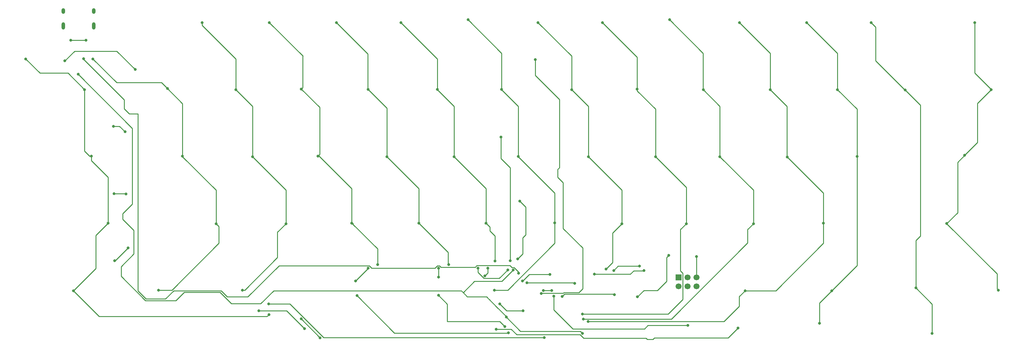
<source format=gbr>
G04 #@! TF.GenerationSoftware,KiCad,Pcbnew,8.0.7*
G04 #@! TF.CreationDate,2024-12-18T16:58:47-05:00*
G04 #@! TF.ProjectId,PCB-Sch,5043422d-5363-4682-9e6b-696361645f70,rev?*
G04 #@! TF.SameCoordinates,Original*
G04 #@! TF.FileFunction,Copper,L1,Top*
G04 #@! TF.FilePolarity,Positive*
%FSLAX46Y46*%
G04 Gerber Fmt 4.6, Leading zero omitted, Abs format (unit mm)*
G04 Created by KiCad (PCBNEW 8.0.7) date 2024-12-18 16:58:47*
%MOMM*%
%LPD*%
G01*
G04 APERTURE LIST*
G04 #@! TA.AperFunction,ComponentPad*
%ADD10C,1.700000*%
G04 #@! TD*
G04 #@! TA.AperFunction,ComponentPad*
%ADD11R,1.700000X1.700000*%
G04 #@! TD*
G04 #@! TA.AperFunction,ComponentPad*
%ADD12O,1.000000X1.600000*%
G04 #@! TD*
G04 #@! TA.AperFunction,ComponentPad*
%ADD13O,1.000000X2.100000*%
G04 #@! TD*
G04 #@! TA.AperFunction,ViaPad*
%ADD14C,0.800000*%
G04 #@! TD*
G04 #@! TA.AperFunction,Conductor*
%ADD15C,0.250000*%
G04 #@! TD*
G04 APERTURE END LIST*
D10*
X257715000Y-143190000D03*
X257715000Y-140650000D03*
X255175000Y-143190000D03*
X255175000Y-140650000D03*
X252635000Y-143190000D03*
D11*
X252635000Y-140650000D03*
D12*
X86740000Y-65015000D03*
X78100000Y-65015000D03*
D13*
X86740000Y-69195000D03*
X78100000Y-69195000D03*
D14*
X255250000Y-154300000D03*
X217200000Y-145975000D03*
X257715000Y-134760000D03*
X249775000Y-134450000D03*
X240946250Y-146200000D03*
X234200000Y-138700000D03*
X241550000Y-137500000D03*
X228750000Y-139725000D03*
X242750000Y-138775000D03*
X234375000Y-145575000D03*
X219575000Y-146100000D03*
X341262500Y-87362500D03*
X333743750Y-105993750D03*
X328662500Y-125362500D03*
X316834375Y-87440625D03*
X297659375Y-87315625D03*
X303212500Y-106275000D03*
X293687500Y-125300000D03*
X283440625Y-106434375D03*
X278634375Y-87340625D03*
X259609375Y-87365625D03*
X264318750Y-106362500D03*
X246062500Y-106362500D03*
X240850750Y-87153750D03*
X232000000Y-138325000D03*
X236537500Y-125412500D03*
X227012500Y-106362500D03*
X222250000Y-87312500D03*
X202406250Y-87275000D03*
X207168750Y-106300000D03*
X217487500Y-125200000D03*
X200369500Y-144303750D03*
X188912500Y-106350000D03*
X184150000Y-87250000D03*
X169862500Y-106362500D03*
X164525000Y-87275000D03*
X145600750Y-87153750D03*
X150363250Y-106203750D03*
X141275000Y-125425000D03*
X131800000Y-106400000D03*
X127000000Y-87312500D03*
X121443750Y-125412500D03*
X111918750Y-106200000D03*
X107668750Y-87031250D03*
X90773250Y-125253750D03*
X86069500Y-106203750D03*
X84152150Y-87327150D03*
X211990000Y-78802500D03*
X213650000Y-145250000D03*
X254793750Y-125412500D03*
X225300000Y-151125000D03*
X225575000Y-152500000D03*
X273843750Y-125412500D03*
X271462500Y-144462500D03*
X226950000Y-153225000D03*
X296068750Y-144462500D03*
X292575000Y-153700000D03*
X319881250Y-143668750D03*
X324525000Y-156625000D03*
X343244500Y-144303750D03*
X80962500Y-144462500D03*
X136400000Y-151225000D03*
X136375000Y-148225000D03*
X214525000Y-157775000D03*
X105119500Y-144303750D03*
X145575000Y-152475000D03*
X150950000Y-157850000D03*
X146500000Y-155250000D03*
X128932000Y-144303750D03*
X133550000Y-150175000D03*
X200877500Y-155382500D03*
X269450000Y-155050000D03*
X159888250Y-125253750D03*
X167225000Y-137075000D03*
X161000000Y-141700000D03*
X164550000Y-138074999D03*
X161387500Y-145862500D03*
X204300000Y-156400000D03*
X178938250Y-125253750D03*
X187400000Y-137000000D03*
X184500000Y-138074999D03*
X184525000Y-145800000D03*
X184525000Y-140625000D03*
X203350000Y-154625000D03*
X207550000Y-118975000D03*
X207000000Y-135400000D03*
X195675000Y-138074999D03*
X204175000Y-138525000D03*
X198525001Y-138049999D03*
X202225000Y-100800000D03*
X204850000Y-135900000D03*
X197988250Y-125253750D03*
X200525000Y-136050000D03*
X197675000Y-140225000D03*
X201900000Y-148200000D03*
X208450000Y-150175000D03*
X98525000Y-81625000D03*
X78550000Y-79125000D03*
X95600000Y-99300000D03*
X92325000Y-97750000D03*
X95875000Y-116950000D03*
X92525000Y-116900000D03*
X92650000Y-135975000D03*
X96500000Y-132300000D03*
X83825000Y-78550000D03*
X207250000Y-139525000D03*
X208356682Y-141728156D03*
X216150000Y-139850000D03*
X223100000Y-142375000D03*
X209625000Y-142225000D03*
X205675000Y-138600000D03*
X82300000Y-82975000D03*
X225375000Y-156600000D03*
X203725000Y-151950000D03*
X336550000Y-68262500D03*
X307181250Y-68262500D03*
X288925000Y-68262500D03*
X269875000Y-68262500D03*
X250031250Y-67468750D03*
X230981250Y-68262500D03*
X212725000Y-68262500D03*
X192881250Y-67468750D03*
X173831250Y-68262500D03*
X155575000Y-68262500D03*
X136525000Y-68262500D03*
X117475000Y-68262500D03*
X86518750Y-78581250D03*
X67468750Y-78581250D03*
X214281675Y-144425000D03*
X216625000Y-144375000D03*
X84520000Y-73270000D03*
X80227500Y-73262500D03*
D15*
X83825000Y-78709342D02*
X83825000Y-78550000D01*
X95352850Y-90237192D02*
X83825000Y-78709342D01*
X95352850Y-92741534D02*
X95352850Y-90237192D01*
X96795658Y-94184342D02*
X95352850Y-92741534D01*
X99300000Y-94184342D02*
X96795658Y-94184342D01*
X99300000Y-144513604D02*
X99300000Y-94184342D01*
X107075000Y-146800000D02*
X101586396Y-146800000D01*
X130451250Y-146178750D02*
X124578750Y-146178750D01*
X109412500Y-144462500D02*
X107075000Y-146800000D01*
X139280001Y-137349999D02*
X130451250Y-146178750D01*
X164850305Y-137349999D02*
X139280001Y-137349999D01*
X165525306Y-138025000D02*
X164850305Y-137349999D01*
X183524694Y-138025000D02*
X165525306Y-138025000D01*
X101586396Y-146800000D02*
X99300000Y-144513604D01*
X184199695Y-137349999D02*
X183524694Y-138025000D01*
X184800305Y-137349999D02*
X184199695Y-137349999D01*
X122862500Y-144462500D02*
X109412500Y-144462500D01*
X204789707Y-137324999D02*
X195399695Y-137324999D01*
X205975305Y-137875000D02*
X205339708Y-137875000D01*
X185225306Y-137775000D02*
X184800305Y-137349999D01*
X124578750Y-146178750D02*
X122862500Y-144462500D01*
X207250000Y-139149695D02*
X205975305Y-137875000D01*
X194949694Y-137775000D02*
X185225306Y-137775000D01*
X195399695Y-137324999D02*
X194949694Y-137775000D01*
X207250000Y-139525000D02*
X207250000Y-139149695D01*
X205339708Y-137875000D02*
X204789707Y-137324999D01*
X129540000Y-144303750D02*
X128932000Y-144303750D01*
X138850350Y-134993400D02*
X129540000Y-144303750D01*
X138850350Y-127849650D02*
X138850350Y-134993400D01*
X141275000Y-125425000D02*
X138850350Y-127849650D01*
X211990000Y-83315000D02*
X211990000Y-78802500D01*
X218786250Y-90111250D02*
X211990000Y-83315000D01*
X218352350Y-109954300D02*
X218786250Y-109520400D01*
X218352350Y-112264981D02*
X218352350Y-109954300D01*
X219850000Y-126775000D02*
X219850000Y-113762631D01*
X225400000Y-132325000D02*
X219850000Y-126775000D01*
X224300000Y-145000000D02*
X225400000Y-143900000D01*
X213750000Y-145150000D02*
X219888604Y-145150000D01*
X219850000Y-113762631D02*
X218352350Y-112264981D01*
X225400000Y-143900000D02*
X225400000Y-132325000D01*
X218786250Y-109520400D02*
X218786250Y-90111250D01*
X213650000Y-145250000D02*
X213750000Y-145150000D01*
X220038604Y-145000000D02*
X224300000Y-145000000D01*
X219888604Y-145150000D02*
X220038604Y-145000000D01*
X220225000Y-145450000D02*
X219575000Y-146100000D01*
X234250000Y-145450000D02*
X220225000Y-145450000D01*
X234375000Y-145575000D02*
X234250000Y-145450000D01*
X222625000Y-155300000D02*
X242910658Y-155300000D01*
X242910658Y-155300000D02*
X243910658Y-154300000D01*
X217200000Y-145975000D02*
X217200000Y-149875000D01*
X217200000Y-149875000D02*
X222625000Y-155300000D01*
X243910658Y-154300000D02*
X255250000Y-154300000D01*
X249175000Y-141760000D02*
X249175000Y-135050000D01*
X249175000Y-135050000D02*
X249775000Y-134450000D01*
X246560000Y-144375000D02*
X249175000Y-141760000D01*
X242771250Y-144375000D02*
X246560000Y-144375000D01*
X240946250Y-146200000D02*
X242771250Y-144375000D01*
X257715000Y-134760000D02*
X257715000Y-140650000D01*
X253150350Y-138815350D02*
X253150350Y-127055900D01*
X253810000Y-139475000D02*
X253150350Y-138815350D01*
X253150350Y-127055900D02*
X254793750Y-125412500D01*
X249600000Y-151125000D02*
X253810000Y-146915000D01*
X225300000Y-151125000D02*
X249600000Y-151125000D01*
X253810000Y-146915000D02*
X253810000Y-139475000D01*
X222950000Y-142225000D02*
X209625000Y-142225000D01*
X223100000Y-142375000D02*
X222950000Y-142225000D01*
X235400000Y-137500000D02*
X234200000Y-138700000D01*
X241550000Y-137500000D02*
X235400000Y-137500000D01*
X228775000Y-139750000D02*
X228750000Y-139725000D01*
X238925000Y-139750000D02*
X228775000Y-139750000D01*
X239875000Y-138800000D02*
X238925000Y-139750000D01*
X242750000Y-138775000D02*
X242725000Y-138800000D01*
X242725000Y-138800000D02*
X239875000Y-138800000D01*
X205132805Y-155382500D02*
X200877500Y-155382500D01*
X206675305Y-156925000D02*
X205132805Y-155382500D01*
X224674695Y-156925000D02*
X206675305Y-156925000D01*
X243398158Y-157925000D02*
X225674695Y-157925000D01*
X225674695Y-157925000D02*
X224674695Y-156925000D01*
X245731842Y-157850000D02*
X245314092Y-158267750D01*
X266650000Y-157850000D02*
X245731842Y-157850000D01*
X245314092Y-158267750D02*
X243740908Y-158267750D01*
X269450000Y-155050000D02*
X266650000Y-157850000D01*
X243740908Y-158267750D02*
X243398158Y-157925000D01*
X341262500Y-87362500D02*
X337390150Y-91234850D01*
X333743750Y-105993750D02*
X331731600Y-108005900D01*
X328662500Y-125362500D02*
X328612500Y-125412500D01*
X316834375Y-87440625D02*
X321180000Y-91786250D01*
X297659375Y-87315625D02*
X303212500Y-92868750D01*
X303212500Y-106275000D02*
X303212500Y-106362500D01*
X293687500Y-125300000D02*
X293687500Y-125412500D01*
X283440625Y-106434375D02*
X293687500Y-116681250D01*
X278634375Y-87340625D02*
X283368750Y-92075000D01*
X259609375Y-87365625D02*
X264318750Y-92075000D01*
X240850750Y-87657000D02*
X246062500Y-92868750D01*
X240850750Y-87153750D02*
X240850750Y-87657000D01*
X230981250Y-68262500D02*
X240850750Y-78132000D01*
X240850750Y-78132000D02*
X240850750Y-87153750D01*
X233858325Y-128091675D02*
X236537500Y-125412500D01*
X233858325Y-136466675D02*
X233858325Y-128091675D01*
X232000000Y-138325000D02*
X233858325Y-136466675D01*
X202406250Y-87275000D02*
X202406250Y-87312500D01*
X207168750Y-106300000D02*
X207168750Y-106362500D01*
X217487500Y-125200000D02*
X217487500Y-125412500D01*
X204152500Y-144303750D02*
X200369500Y-144303750D01*
X217502150Y-130954100D02*
X204152500Y-144303750D01*
X217502150Y-125427150D02*
X217502150Y-130954100D01*
X207168750Y-106362500D02*
X217487500Y-116681250D01*
X207168750Y-92075000D02*
X207168750Y-106300000D01*
X202406250Y-87312500D02*
X207168750Y-92075000D01*
X217487500Y-116681250D02*
X217487500Y-125200000D01*
X202406250Y-76993750D02*
X202406250Y-87275000D01*
X192881250Y-67468750D02*
X202406250Y-76993750D01*
X217487500Y-125412500D02*
X217502150Y-125427150D01*
X205675000Y-138600000D02*
X202475000Y-141800000D01*
X191525200Y-144999800D02*
X190975400Y-144450000D01*
X202475000Y-141800000D02*
X194725000Y-141800000D01*
X194725000Y-141800000D02*
X191525200Y-144999800D01*
X192592500Y-146067100D02*
X191525200Y-144999800D01*
X201078717Y-149121283D02*
X198942500Y-146985066D01*
X188912500Y-106350000D02*
X188912500Y-106362500D01*
X184150000Y-87250000D02*
X184150000Y-87312500D01*
X164525000Y-87275000D02*
X169862500Y-92612500D01*
X178938250Y-115438250D02*
X178938250Y-124963250D01*
X169862500Y-92612500D02*
X169862500Y-106362500D01*
X164500000Y-87250000D02*
X164525000Y-87275000D01*
X155575000Y-68262500D02*
X164500000Y-77187500D01*
X164500000Y-77187500D02*
X164500000Y-87250000D01*
X169862500Y-106362500D02*
X178938250Y-115438250D01*
X150812500Y-92365500D02*
X150812500Y-105754500D01*
X145600750Y-87153750D02*
X150812500Y-92365500D01*
X150812500Y-105754500D02*
X150363250Y-106203750D01*
X146000000Y-86754500D02*
X145600750Y-87153750D01*
X146000000Y-77837500D02*
X146000000Y-86754500D01*
X146050000Y-77787500D02*
X146000000Y-77837500D01*
X136525000Y-68262500D02*
X146050000Y-77787500D01*
X159888250Y-115438250D02*
X159888250Y-124963250D01*
X159888250Y-124963250D02*
X160337500Y-125412500D01*
X150653750Y-106203750D02*
X159888250Y-115438250D01*
X150363250Y-106203750D02*
X150653750Y-106203750D01*
X131800000Y-106400000D02*
X141287500Y-115887500D01*
X117475000Y-69056250D02*
X117475000Y-68262500D01*
X127000000Y-78581250D02*
X117475000Y-69056250D01*
X127000000Y-87312500D02*
X127000000Y-78581250D01*
X141287500Y-115887500D02*
X141287500Y-125412500D01*
X131762500Y-106362500D02*
X131800000Y-106400000D01*
X141287500Y-125412500D02*
X141275000Y-125425000D01*
X131762500Y-92075000D02*
X131762500Y-106362500D01*
X127000000Y-87312500D02*
X131762500Y-92075000D01*
X108902500Y-144303750D02*
X105119500Y-144303750D01*
X122252150Y-130954100D02*
X108902500Y-144303750D01*
X111918750Y-106362500D02*
X111918750Y-106200000D01*
X121443750Y-115887500D02*
X111918750Y-106362500D01*
X121443750Y-125412500D02*
X122252150Y-126220900D01*
X122252150Y-126220900D02*
X122252150Y-130954100D01*
X121443750Y-125412500D02*
X121443750Y-115887500D01*
X111918750Y-91281250D02*
X107668750Y-87031250D01*
X111918750Y-106200000D02*
X111918750Y-91281250D01*
X86069500Y-106203750D02*
X85566250Y-106203750D01*
X86069500Y-107500750D02*
X90773250Y-112204500D01*
X85566250Y-106203750D02*
X84152150Y-104789650D01*
X86069500Y-106203750D02*
X86069500Y-107500750D01*
X90773250Y-112204500D02*
X90773250Y-125253750D01*
X84152150Y-104789650D02*
X84152150Y-87327150D01*
X87300150Y-138124850D02*
X80962500Y-144462500D01*
X87300150Y-128726850D02*
X87300150Y-138124850D01*
X90773250Y-125253750D02*
X87300150Y-128726850D01*
X272200350Y-127055900D02*
X273843750Y-125412500D01*
X225575000Y-152500000D02*
X250541884Y-152500000D01*
X250541884Y-152500000D02*
X272200350Y-130841534D01*
X272200350Y-130841534D02*
X272200350Y-127055900D01*
X269819100Y-148879781D02*
X269819100Y-146105900D01*
X226950000Y-153225000D02*
X265473881Y-153225000D01*
X265473881Y-153225000D02*
X269819100Y-148879781D01*
X269819100Y-146105900D02*
X271462500Y-144462500D01*
X292575000Y-147956250D02*
X296068750Y-144462500D01*
X292575000Y-153700000D02*
X292575000Y-147956250D01*
X324525000Y-148312500D02*
X319881250Y-143668750D01*
X324525000Y-156625000D02*
X324525000Y-148312500D01*
X342900000Y-143959250D02*
X343244500Y-144303750D01*
X328612500Y-125412500D02*
X342900000Y-139700000D01*
X331731600Y-122293400D02*
X328662500Y-125362500D01*
X331731600Y-108005900D02*
X331731600Y-122293400D01*
X337390150Y-102347350D02*
X333743750Y-105993750D01*
X337390150Y-91234850D02*
X337390150Y-102347350D01*
X336564650Y-82564650D02*
X341312500Y-87312500D01*
X342900000Y-139700000D02*
X342900000Y-143959250D01*
X341312500Y-87312500D02*
X341262500Y-87362500D01*
X336564650Y-68277150D02*
X336564650Y-82564650D01*
X336550000Y-68262500D02*
X336564650Y-68277150D01*
X136400000Y-151225000D02*
X135872350Y-151752650D01*
X135872350Y-151752650D02*
X88252650Y-151752650D01*
X88252650Y-151752650D02*
X80962500Y-144462500D01*
X142350305Y-148225000D02*
X136375000Y-148225000D01*
X151900305Y-157775000D02*
X142350305Y-148225000D01*
X214525000Y-157775000D02*
X151900305Y-157775000D01*
X207750000Y-155975000D02*
X203725000Y-151950000D01*
X224750000Y-155975000D02*
X207750000Y-155975000D01*
X225375000Y-156600000D02*
X224750000Y-155975000D01*
X204200000Y-156500000D02*
X172025000Y-156500000D01*
X204300000Y-156400000D02*
X204200000Y-156500000D01*
X172025000Y-156500000D02*
X161387500Y-145862500D01*
X145575000Y-152475000D02*
X150950000Y-157850000D01*
X105916250Y-85278750D02*
X107668750Y-87031250D01*
X93216250Y-85278750D02*
X105916250Y-85278750D01*
X86518750Y-78581250D02*
X93216250Y-85278750D01*
X146500000Y-155250000D02*
X141425000Y-150175000D01*
X141425000Y-150175000D02*
X133550000Y-150175000D01*
X167225000Y-137075000D02*
X167225000Y-132590500D01*
X167225000Y-132590500D02*
X159888250Y-125253750D01*
X164550000Y-138150000D02*
X164550000Y-138074999D01*
X161000000Y-141700000D02*
X164550000Y-138150000D01*
X161275000Y-145750000D02*
X161387500Y-145862500D01*
X187250000Y-133565500D02*
X178938250Y-125253750D01*
X187250000Y-136850000D02*
X187250000Y-133565500D01*
X187400000Y-137000000D02*
X187250000Y-136850000D01*
X184525000Y-138099999D02*
X184500000Y-138074999D01*
X184525000Y-140625000D02*
X184525000Y-138099999D01*
X187000000Y-148275000D02*
X184525000Y-145800000D01*
X187000000Y-153200000D02*
X187000000Y-148275000D01*
X201925000Y-153200000D02*
X187000000Y-153200000D01*
X203350000Y-154625000D02*
X201925000Y-153200000D01*
X209275000Y-128556650D02*
X209275000Y-120700000D01*
X208415825Y-133984175D02*
X208415825Y-129415825D01*
X208415825Y-129415825D02*
X209275000Y-128556650D01*
X207000000Y-135400000D02*
X208415825Y-133984175D01*
X209275000Y-120700000D02*
X207550000Y-118975000D01*
X195675000Y-139250305D02*
X195675000Y-138074999D01*
X197374695Y-140950000D02*
X195675000Y-139250305D01*
X201750000Y-140950000D02*
X197374695Y-140950000D01*
X204175000Y-138525000D02*
X201750000Y-140950000D01*
X197675000Y-140225000D02*
X198525001Y-139374999D01*
X198525001Y-139374999D02*
X198525001Y-138049999D01*
X202225000Y-106869150D02*
X202225000Y-100800000D01*
X204850000Y-135900000D02*
X204850000Y-109494150D01*
X204850000Y-109494150D02*
X202225000Y-106869150D01*
X197988250Y-125068000D02*
X197643750Y-125412500D01*
X188912500Y-92075000D02*
X188912500Y-106350000D01*
X197988250Y-115438250D02*
X197988250Y-125068000D01*
X184150000Y-87312500D02*
X188912500Y-92075000D01*
X188912500Y-106362500D02*
X197988250Y-115438250D01*
X184150000Y-78581250D02*
X184150000Y-87250000D01*
X173831250Y-68262500D02*
X184150000Y-78581250D01*
X200525000Y-128925000D02*
X200525000Y-136050000D01*
X199100000Y-126365500D02*
X199100000Y-127500000D01*
X199100000Y-127500000D02*
X200525000Y-128925000D01*
X197988250Y-125253750D02*
X199100000Y-126365500D01*
X203875000Y-150175000D02*
X202050000Y-148350000D01*
X208450000Y-150175000D02*
X203875000Y-150175000D01*
X202050000Y-148350000D02*
X201900000Y-148200000D01*
X79450000Y-82625000D02*
X84152150Y-87327150D01*
X71512500Y-82625000D02*
X79450000Y-82625000D01*
X67468750Y-78581250D02*
X71512500Y-82625000D01*
X93288750Y-76388750D02*
X98525000Y-81625000D01*
X81286250Y-76388750D02*
X93288750Y-76388750D01*
X78550000Y-79125000D02*
X81286250Y-76388750D01*
X94050000Y-97750000D02*
X95600000Y-99300000D01*
X92325000Y-97750000D02*
X94050000Y-97750000D01*
X92525000Y-116900000D02*
X95825000Y-116900000D01*
X95825000Y-116900000D02*
X95875000Y-116950000D01*
X97650000Y-119882408D02*
X97650000Y-98325000D01*
X94970250Y-122562158D02*
X97650000Y-119882408D01*
X94970250Y-124135342D02*
X94970250Y-122562158D01*
X98100000Y-127265092D02*
X94970250Y-124135342D01*
X98100000Y-134007869D02*
X98100000Y-127265092D01*
X94500350Y-137607519D02*
X98100000Y-134007869D01*
X97650000Y-98325000D02*
X82300000Y-82975000D01*
X94500350Y-140350350D02*
X94500350Y-137607519D01*
X101400000Y-147250000D02*
X94500350Y-140350350D01*
X110025000Y-147250000D02*
X101400000Y-147250000D01*
X112362500Y-144912500D02*
X110025000Y-147250000D01*
X125807850Y-148157850D02*
X122562500Y-144912500D01*
X122562500Y-144912500D02*
X112362500Y-144912500D01*
X137775000Y-144450000D02*
X134067150Y-148157850D01*
X134067150Y-148157850D02*
X125807850Y-148157850D01*
X190975400Y-144450000D02*
X137775000Y-144450000D01*
X198136184Y-146178750D02*
X192592500Y-146178750D01*
X192592500Y-146178750D02*
X192592500Y-146067100D01*
X201078717Y-149121283D02*
X198136184Y-146178750D01*
X92675000Y-135975000D02*
X92650000Y-135975000D01*
X92800000Y-135850000D02*
X92675000Y-135975000D01*
X92950000Y-135850000D02*
X92800000Y-135850000D01*
X96500000Y-132300000D02*
X92950000Y-135850000D01*
X208371844Y-141728156D02*
X208356682Y-141728156D01*
X210250000Y-139850000D02*
X208371844Y-141728156D01*
X216150000Y-139850000D02*
X210250000Y-139850000D01*
X203725000Y-151767566D02*
X201078717Y-149121283D01*
X203725000Y-151950000D02*
X203725000Y-151767566D01*
X321180000Y-128876250D02*
X319881250Y-130175000D01*
X319881250Y-130175000D02*
X319881250Y-143668750D01*
X321180000Y-91786250D02*
X321180000Y-128876250D01*
X316706250Y-87312500D02*
X316834375Y-87440625D01*
X308494631Y-69575881D02*
X308494631Y-79100881D01*
X307181250Y-68262500D02*
X308494631Y-69575881D01*
X308494631Y-79100881D02*
X316706250Y-87312500D01*
X303227150Y-137304100D02*
X296068750Y-144462500D01*
X303227150Y-106377150D02*
X303227150Y-137304100D01*
X303212500Y-106362500D02*
X303227150Y-106377150D01*
X297656250Y-76993750D02*
X297656250Y-87312500D01*
X288925000Y-68262500D02*
X297656250Y-76993750D01*
X297656250Y-87312500D02*
X297659375Y-87315625D01*
X303212500Y-92868750D02*
X303212500Y-106275000D01*
X280193750Y-144462500D02*
X271462500Y-144462500D01*
X293702150Y-130954100D02*
X280193750Y-144462500D01*
X293687500Y-125412500D02*
X293702150Y-125427150D01*
X293687500Y-116681250D02*
X293687500Y-125300000D01*
X283368750Y-106362500D02*
X283440625Y-106434375D01*
X283368750Y-92075000D02*
X283368750Y-106362500D01*
X278606250Y-76993750D02*
X278606250Y-87312500D01*
X269875000Y-68262500D02*
X278606250Y-76993750D01*
X293702150Y-125427150D02*
X293702150Y-130954100D01*
X278606250Y-87312500D02*
X278634375Y-87340625D01*
X273843750Y-115887500D02*
X273843750Y-125412500D01*
X264318750Y-106362500D02*
X273843750Y-115887500D01*
X259556250Y-76993750D02*
X259556250Y-87312500D01*
X264318750Y-92075000D02*
X264318750Y-106362500D01*
X250031250Y-67468750D02*
X259556250Y-76993750D01*
X259556250Y-87312500D02*
X259609375Y-87365625D01*
X254793750Y-115093750D02*
X254793750Y-125412500D01*
X246062500Y-106362500D02*
X254793750Y-115093750D01*
X246062500Y-92868750D02*
X246062500Y-106362500D01*
X227012500Y-106362500D02*
X236537500Y-115887500D01*
X227012500Y-92075000D02*
X227012500Y-106362500D01*
X222250000Y-77787500D02*
X222250000Y-87312500D01*
X212725000Y-68262500D02*
X222250000Y-77787500D01*
X236537500Y-115887500D02*
X236537500Y-125412500D01*
X222250000Y-87312500D02*
X227012500Y-92075000D01*
X214281675Y-144425000D02*
X216575000Y-144425000D01*
X216575000Y-144425000D02*
X216625000Y-144375000D01*
X84512500Y-73262500D02*
X84520000Y-73270000D01*
X80227500Y-73262500D02*
X84512500Y-73262500D01*
M02*

</source>
